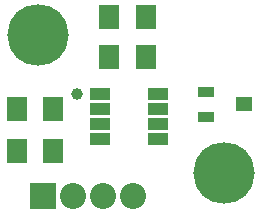
<source format=gts>
G04*
G04 #@! TF.GenerationSoftware,Altium Limited,Altium Designer,18.0.12 (696)*
G04*
G04 Layer_Color=8388736*
%FSLAX25Y25*%
%MOIN*%
G70*
G01*
G75*
%ADD16R,0.07099X0.08280*%
%ADD17R,0.06725X0.03958*%
%ADD18R,0.05524X0.04737*%
%ADD19R,0.05524X0.03556*%
%ADD20R,0.08674X0.08674*%
%ADD21C,0.08674*%
%ADD22C,0.20485*%
%ADD23C,0.03950*%
D16*
X175594Y154394D02*
D03*
X187799D02*
D03*
X157000Y137000D02*
D03*
X144795D02*
D03*
X187705Y167500D02*
D03*
X175500D02*
D03*
X157000Y123000D02*
D03*
X144795D02*
D03*
D17*
X192000Y127000D02*
D03*
Y132000D02*
D03*
Y137000D02*
D03*
Y142000D02*
D03*
X172335D02*
D03*
Y137000D02*
D03*
Y132000D02*
D03*
Y127000D02*
D03*
D18*
X220500Y138500D02*
D03*
D19*
X207902Y142634D02*
D03*
Y134366D02*
D03*
D20*
X153500Y108000D02*
D03*
D21*
X163500D02*
D03*
X173500D02*
D03*
X183500D02*
D03*
D22*
X214000Y115500D02*
D03*
X152000Y161500D02*
D03*
D23*
X165000Y142000D02*
D03*
M02*

</source>
